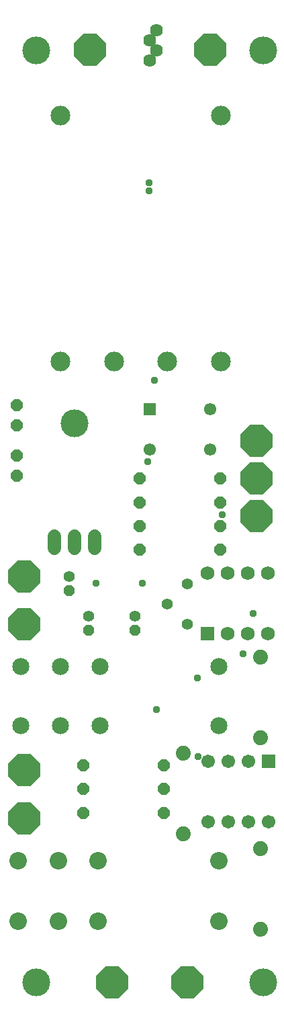
<source format=gbr>
G04 EAGLE Gerber RS-274X export*
G75*
%MOMM*%
%FSLAX34Y34*%
%LPD*%
%INSoldermask Bottom*%
%IPPOS*%
%AMOC8*
5,1,8,0,0,1.08239X$1,22.5*%
G01*
%ADD10P,1.539592X8X292.500000*%
%ADD11C,1.422400*%
%ADD12C,1.879600*%
%ADD13C,1.727200*%
%ADD14C,3.505200*%
%ADD15P,1.649562X8X22.500000*%
%ADD16C,2.489200*%
%ADD17C,3.503200*%
%ADD18C,2.209800*%
%ADD19P,4.343848X8X22.500000*%
%ADD20R,1.727200X1.727200*%
%ADD21C,1.727200*%
%ADD22C,2.146300*%
%ADD23P,1.649562X8X112.500000*%
%ADD24P,1.649562X8X202.500000*%
%ADD25R,1.701800X1.701800*%
%ADD26C,1.701800*%
%ADD27R,1.549400X1.549400*%
%ADD28C,1.549400*%
%ADD29C,1.621200*%
%ADD30C,0.959600*%


D10*
X171450Y491490D03*
D11*
X171450Y509270D03*
D10*
X88900Y541020D03*
D11*
X88900Y558800D03*
D12*
X330200Y114300D03*
X330200Y215900D03*
D13*
X69850Y594360D02*
X69850Y609600D01*
X95250Y609600D02*
X95250Y594360D01*
X120650Y594360D02*
X120650Y609600D01*
D14*
X95250Y751840D03*
D15*
X177864Y592540D03*
X279464Y592540D03*
X106594Y291270D03*
X208194Y291270D03*
D16*
X280000Y1140000D03*
X78070Y1140000D03*
X280000Y830000D03*
X212690Y830000D03*
X145380Y830000D03*
X78070Y830000D03*
D17*
X47625Y47625D03*
X333375Y47625D03*
X47625Y1222375D03*
X333375Y1222375D03*
D18*
X277876Y200660D03*
X125222Y200660D03*
X74930Y200660D03*
X24384Y200660D03*
X24384Y124968D03*
X74930Y124968D03*
X125222Y124968D03*
X277876Y124968D03*
D19*
X266929Y1222502D03*
X115087Y1222502D03*
X325196Y635000D03*
X325196Y682625D03*
X325196Y730250D03*
X238125Y47625D03*
X142875Y47625D03*
D20*
X262890Y486664D03*
D21*
X288290Y486664D03*
X313690Y486664D03*
X339090Y486664D03*
X339090Y562864D03*
X313690Y562864D03*
X288290Y562864D03*
X262890Y562864D03*
D22*
X277876Y445770D03*
X127762Y445770D03*
X77724Y445770D03*
X27686Y445770D03*
X27686Y370840D03*
X77724Y370840D03*
X127762Y370840D03*
X277876Y370840D03*
D12*
X330200Y457200D03*
X330200Y355600D03*
D23*
X22860Y749300D03*
X22860Y774700D03*
D19*
X31750Y558800D03*
X31750Y499110D03*
X31750Y314960D03*
X31750Y254000D03*
D10*
X113030Y491490D03*
D11*
X113030Y509270D03*
D24*
X208194Y261270D03*
X106594Y261270D03*
D11*
X238125Y499110D03*
X212725Y524510D03*
X238125Y549910D03*
D25*
X340106Y326390D03*
D26*
X314706Y326390D03*
X289306Y326390D03*
X263906Y326390D03*
X263906Y250190D03*
X289306Y250190D03*
X314706Y250190D03*
X340106Y250190D03*
D27*
X190500Y769620D03*
D28*
X190500Y718820D03*
X266700Y718820D03*
X266700Y769620D03*
D15*
X177864Y652540D03*
X279464Y652540D03*
D24*
X208194Y321270D03*
X106594Y321270D03*
D15*
X177864Y682540D03*
X279464Y682540D03*
D23*
X22860Y685800D03*
X22860Y711200D03*
D15*
X177864Y622540D03*
X279464Y622540D03*
D29*
X190500Y1209040D03*
X198500Y1221740D03*
X190500Y1234440D03*
X198500Y1247140D03*
D12*
X232410Y336550D03*
X232410Y234950D03*
D30*
X250698Y431292D03*
X196596Y806196D03*
X189230Y1055370D03*
X189230Y1045210D03*
X281940Y637032D03*
X307848Y461772D03*
X122682Y550164D03*
X180594Y550164D03*
X251460Y332232D03*
X187452Y704088D03*
X198882Y391668D03*
X320802Y512826D03*
M02*

</source>
